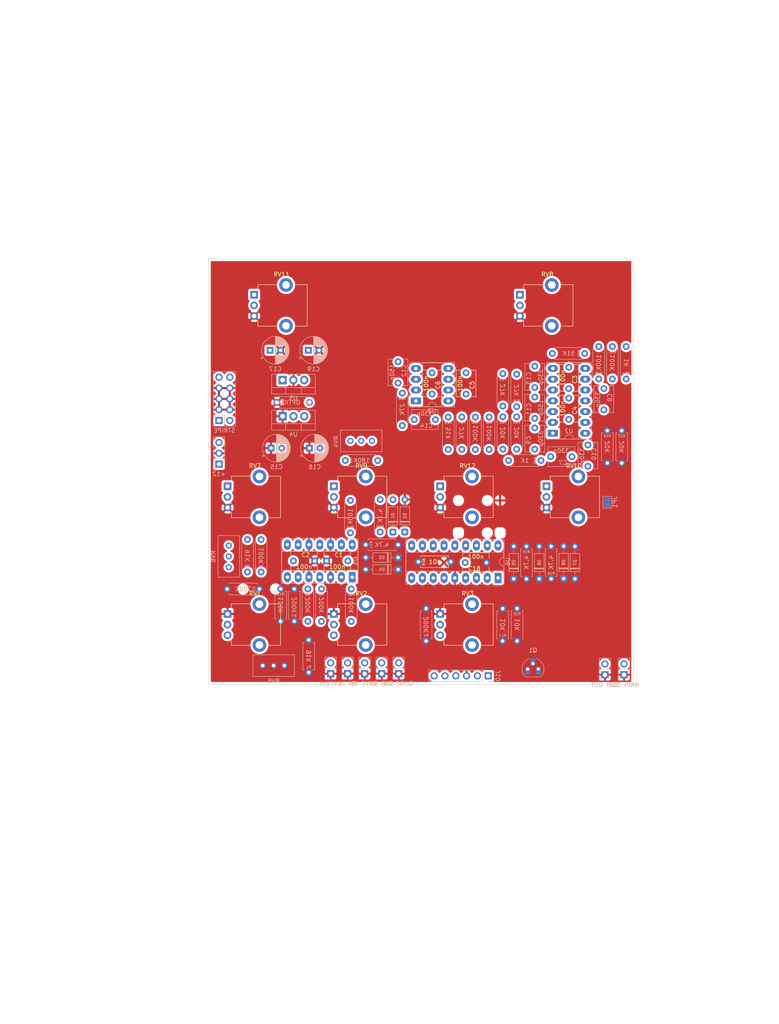
<source format=kicad_pcb>
(kicad_pcb (version 20171130) (host pcbnew "(5.1.9)-1")
  (layers (0 F.Cu signal) (31 B.Cu signal) (34 B.Paste user) (35 F.Paste user) (36 B.SilkS user) (37 F.SilkS user) (38 B.Mask user) (39 F.Mask user) (44 Edge.Cuts user))
  (net 0 "")
  (net 1 GND)
  (net 2 +5V)
  (net 3 +12V)
  (net 4 -12V)
  (net 5 "Net-(C8-Pad1)")
  (net 6 "Net-(C9-Pad1)")
  (net 7 "Net-(C10-Pad2)")
  (net 8 "Net-(C10-Pad1)")
  (net 9 "Net-(C11-Pad1)")
  (net 10 "Net-(C14-Pad1)")
  (net 11 NOTE_CV)
  (net 12 MOD_CV)
  (net 13 WAVE_CV)
  (net 14 SUB_CV)
  (net 15 CRUSHPOT)
  (net 16 GLIDEPOT)
  (net 17 WAVEPOT)
  (net 18 FINEPOT)
  (net 19 SUBPOT)
  (net 20 FREQPOT)
  (net 21 -5V)
  (net 22 WAVE_IN)
  (net 23 SUB_IN)
  (net 24 MOD_IN)
  (net 25 GLIDE_IN)
  (net 26 NOTE_IN)
  (net 27 SUBOUT)
  (net 28 MAINOUT)
  (net 29 GLIDE_PIN)
  (net 30 "Net-(Q1-Pad2)")
  (net 31 "Net-(R1-Pad1)")
  (net 32 "Net-(R10-Pad2)")
  (net 33 "Net-(R11-Pad2)")
  (net 34 "Net-(R12-Pad2)")
  (net 35 "Net-(R5-Pad1)")
  (net 36 "Net-(R8-Pad2)")
  (net 37 "Net-(R8-Pad1)")
  (net 38 "Net-(R13-Pad1)")
  (net 39 "Net-(R10-Pad1)")
  (net 40 "Net-(R11-Pad1)")
  (net 41 "Net-(R12-Pad1)")
  (net 42 MAIN_PIN)
  (net 43 SUB_PIN)
  (net 44 "Net-(R32-Pad1)")
  (net 45 PROGCLK)
  (net 46 MCLR)
  (net 47 GNDA)
  (net 48 "Net-(C7-Pad1)")
  (net 49 "Net-(C9-Pad2)")
  (net 50 "Net-(C12-Pad1)")
  (net 51 "Net-(C13-Pad2)")
  (net 52 "Net-(C13-Pad1)")
  (net 53 "Net-(C14-Pad2)")
  (net 54 "Net-(J10-Pad6)")
  (net 55 "Net-(R2-Pad2)")
  (net 56 "Net-(R3-Pad2)")
  (net 57 "Net-(R4-Pad2)")
  (net 58 "Net-(R27-Pad1)")
  (net 59 "Net-(R29-Pad1)")
  (net 60 "Net-(R31-Pad1)")
  (net 61 "Net-(R36-Pad2)")
  (module Sonosus:Capacitor_Polarized (layer B.Cu) (at 36.5 50.5)
    (fp_text reference C19 (at 1.25 4.4) (layer B.SilkS) (effects (justify mirror)))
    (fp_text value 100uF)
    (pad 2 thru_hole circle (at 2.5 0) (size 1.6 1.6) (drill 0.8) (layers *.Cu *.Mask) (net 1 GND))
    (pad 1 thru_hole rect (at 0 0) (size 1.6 1.6) (drill 0.8) (layers *.Cu *.Mask) (net 2 +5V))
  )
  (module Sonosus:Capacitor_Polarized (layer B.Cu) (at 27.5 50.5)
    (fp_text reference C17 (at 1.25 4.4) (layer B.SilkS) (effects (justify mirror)))
    (fp_text value 100uF)
    (pad 2 thru_hole circle (at 2.5 0) (size 1.6 1.6) (drill 0.8) (layers *.Cu *.Mask) (net 1 GND))
    (pad 1 thru_hole rect (at 0 0) (size 1.6 1.6) (drill 0.8) (layers *.Cu *.Mask) (net 3 +12V))
  )
  (module Sonosus:Capacitor_Polarized (layer B.Cu) (at 36.75 73.5)
    (fp_text reference C16 (at 1.25 4.4) (layer B.SilkS) (effects (justify mirror)))
    (fp_text value 100uF)
    (pad 2 thru_hole circle (at 2.5 0) (size 1.6 1.6) (drill 0.8) (layers *.Cu *.Mask) (net 21 -5V))
    (pad 1 thru_hole rect (at 0 0) (size 1.6 1.6) (drill 0.8) (layers *.Cu *.Mask) (net 1 GND))
  )
  (module Sonosus:Capacitor_Polarized (layer B.Cu) (at 27.75 73.5)
    (fp_text reference C15 (at 1.25 4.4) (layer B.SilkS) (effects (justify mirror)))
    (fp_text value 100uF)
    (pad 2 thru_hole circle (at 2.5 0) (size 1.6 1.6) (drill 0.8) (layers *.Cu *.Mask) (net 4 -12V))
    (pad 1 thru_hole rect (at 0 0) (size 1.6 1.6) (drill 0.8) (layers *.Cu *.Mask) (net 1 GND))
  )
  (module Sonosus:Capacitor_NonPolarized (layer F.Cu) (at 78.4 100.4 180)
    (fp_text reference C18 (at 2.8702 -1.4097) (layer F.SilkS))
    (fp_text value 100n (at 2.49174 1.38684) (layer F.SilkS))
    (pad 2 thru_hole circle (at 5 0 180) (size 1.6 1.6) (drill 0.8) (layers *.Cu *.Mask) (net 1 GND))
    (pad 1 thru_hole circle (at 0 0 180) (size 1.6 1.6) (drill 0.8) (layers *.Cu *.Mask) (net 2 +5V))
  )
  (module Sonosus:Capacitor_NonPolarized (layer B.Cu) (at 61.4 66.8)
    (fp_text reference C14 (at 2.8702 1.4097) (layer B.SilkS) (effects (justify mirror)))
    (fp_text value 330p (at 2.49174 -1.38684) (layer B.SilkS) (effects (justify mirror)))
    (pad 2 thru_hole circle (at 5 0) (size 1.6 1.6) (drill 0.8) (layers *.Cu *.Mask) (net 53 "Net-(C14-Pad2)"))
    (pad 1 thru_hole circle (at 0 0) (size 1.6 1.6) (drill 0.8) (layers *.Cu *.Mask) (net 10 "Net-(C14-Pad1)"))
  )
  (module Sonosus:Capacitor_NonPolarized (layer B.Cu) (at 89.75 54.25 270)
    (fp_text reference C13 (at 2.8702 1.4097 90) (layer B.SilkS) (effects (justify mirror)))
    (fp_text value 330p (at 2.49174 -1.38684 90) (layer B.SilkS) (effects (justify mirror)))
    (pad 2 thru_hole circle (at 5 0 270) (size 1.6 1.6) (drill 0.8) (layers *.Cu *.Mask) (net 51 "Net-(C13-Pad2)"))
    (pad 1 thru_hole circle (at 0 0 270) (size 1.6 1.6) (drill 0.8) (layers *.Cu *.Mask) (net 52 "Net-(C13-Pad1)"))
  )
  (module Sonosus:Capacitor_NonPolarized (layer B.Cu) (at 57.6 58.2 90)
    (fp_text reference C12 (at 2.8702 1.4097 90) (layer B.SilkS) (effects (justify mirror)))
    (fp_text value 150p (at 2.49174 -1.38684 90) (layer B.SilkS) (effects (justify mirror)))
    (pad 2 thru_hole circle (at 5 0 90) (size 1.6 1.6) (drill 0.8) (layers *.Cu *.Mask) (net 47 GNDA))
    (pad 1 thru_hole circle (at 0 0 90) (size 1.6 1.6) (drill 0.8) (layers *.Cu *.Mask) (net 50 "Net-(C12-Pad1)"))
  )
  (module Sonosus:Capacitor_NonPolarized (layer B.Cu) (at 89.75 61.5 270)
    (fp_text reference C11 (at 2.8702 1.4097 90) (layer B.SilkS) (effects (justify mirror)))
    (fp_text value 150p (at 2.49174 -1.38684 90) (layer B.SilkS) (effects (justify mirror)))
    (pad 2 thru_hole circle (at 5 0 270) (size 1.6 1.6) (drill 0.8) (layers *.Cu *.Mask) (net 47 GNDA))
    (pad 1 thru_hole circle (at 0 0 270) (size 1.6 1.6) (drill 0.8) (layers *.Cu *.Mask) (net 9 "Net-(C11-Pad1)"))
  )
  (module Sonosus:Capacitor_NonPolarized (layer B.Cu) (at 102.25 77.75 90)
    (fp_text reference C10 (at 2.8702 1.4097 90) (layer B.SilkS) (effects (justify mirror)))
    (fp_text value 330p (at 2.49174 -1.38684 90) (layer B.SilkS) (effects (justify mirror)))
    (pad 2 thru_hole circle (at 5 0 90) (size 1.6 1.6) (drill 0.8) (layers *.Cu *.Mask) (net 7 "Net-(C10-Pad2)"))
    (pad 1 thru_hole circle (at 0 0 90) (size 1.6 1.6) (drill 0.8) (layers *.Cu *.Mask) (net 8 "Net-(C10-Pad1)"))
  )
  (module Sonosus:Capacitor_NonPolarized (layer B.Cu) (at 89.75 68.75 270)
    (fp_text reference C9 (at 2.8702 1.4097 90) (layer B.SilkS) (effects (justify mirror)))
    (fp_text value 330p (at 2.49174 -1.38684 90) (layer B.SilkS) (effects (justify mirror)))
    (pad 2 thru_hole circle (at 5 0 270) (size 1.6 1.6) (drill 0.8) (layers *.Cu *.Mask) (net 49 "Net-(C9-Pad2)"))
    (pad 1 thru_hole circle (at 0 0 270) (size 1.6 1.6) (drill 0.8) (layers *.Cu *.Mask) (net 6 "Net-(C9-Pad1)"))
  )
  (module Sonosus:Capacitor_NonPolarized (layer B.Cu) (at 106 64.5 90)
    (fp_text reference C8 (at 2.8702 1.4097 90) (layer B.SilkS) (effects (justify mirror)))
    (fp_text value 330p (at 2.49174 -1.38684 90) (layer B.SilkS) (effects (justify mirror)))
    (pad 2 thru_hole circle (at 5 0 90) (size 1.6 1.6) (drill 0.8) (layers *.Cu *.Mask) (net 47 GNDA))
    (pad 1 thru_hole circle (at 0 0 90) (size 1.6 1.6) (drill 0.8) (layers *.Cu *.Mask) (net 5 "Net-(C8-Pad1)"))
  )
  (module Sonosus:Capacitor_NonPolarized (layer B.Cu) (at 93.5 75.5)
    (fp_text reference C7 (at 2.8702 1.4097) (layer B.SilkS) (effects (justify mirror)))
    (fp_text value 330p (at 2.49174 -1.38684) (layer B.SilkS) (effects (justify mirror)))
    (pad 2 thru_hole circle (at 5 0) (size 1.6 1.6) (drill 0.8) (layers *.Cu *.Mask) (net 47 GNDA))
    (pad 1 thru_hole circle (at 0 0) (size 1.6 1.6) (drill 0.8) (layers *.Cu *.Mask) (net 48 "Net-(C7-Pad1)"))
  )
  (module Sonosus:Capacitor_NonPolarized (layer F.Cu) (at 65.6 55.8 270)
    (fp_text reference C6 (at 2.8702 -1.4097 270) (layer F.SilkS))
    (fp_text value 100n (at 2.49174 1.38684 270) (layer F.SilkS))
    (pad 2 thru_hole circle (at 5 0 270) (size 1.6 1.6) (drill 0.8) (layers *.Cu *.Mask) (net 47 GNDA))
    (pad 1 thru_hole circle (at 0 0 270) (size 1.6 1.6) (drill 0.8) (layers *.Cu *.Mask) (net 4 -12V))
  )
  (module Sonosus:Capacitor_NonPolarized (layer F.Cu) (at 73.6 55.8 270)
    (fp_text reference C5 (at 2.8702 -1.4097 270) (layer F.SilkS))
    (fp_text value 100n (at 2.49174 1.38684 270) (layer F.SilkS))
    (pad 2 thru_hole circle (at 5 0 270) (size 1.6 1.6) (drill 0.8) (layers *.Cu *.Mask) (net 47 GNDA))
    (pad 1 thru_hole circle (at 0 0 270) (size 1.6 1.6) (drill 0.8) (layers *.Cu *.Mask) (net 3 +12V))
  )
  (module Sonosus:Capacitor_NonPolarized (layer F.Cu) (at 97.75 61.75 270)
    (fp_text reference C4 (at 2.8702 -1.4097 270) (layer F.SilkS))
    (fp_text value 100n (at 2.49174 1.38684 270) (layer F.SilkS))
    (pad 2 thru_hole circle (at 5 0 270) (size 1.6 1.6) (drill 0.8) (layers *.Cu *.Mask) (net 47 GNDA))
    (pad 1 thru_hole circle (at 0 0 270) (size 1.6 1.6) (drill 0.8) (layers *.Cu *.Mask) (net 4 -12V))
  )
  (module Sonosus:Capacitor_NonPolarized (layer F.Cu) (at 97.75 54.5 270)
    (fp_text reference C3 (at 2.8702 -1.4097 270) (layer F.SilkS))
    (fp_text value 100n (at 2.49174 1.38684 270) (layer F.SilkS))
    (pad 2 thru_hole circle (at 5 0 270) (size 1.6 1.6) (drill 0.8) (layers *.Cu *.Mask) (net 47 GNDA))
    (pad 1 thru_hole circle (at 0 0 270) (size 1.6 1.6) (drill 0.8) (layers *.Cu *.Mask) (net 3 +12V))
  )
  (module Sonosus:Capacitor_NonPolarized (layer F.Cu) (at 33 100)
    (fp_text reference C2 (at 2.8702 -1.4097) (layer F.SilkS))
    (fp_text value 100n (at 2.49174 1.38684) (layer F.SilkS))
    (pad 2 thru_hole circle (at 5 0) (size 1.6 1.6) (drill 0.8) (layers *.Cu *.Mask) (net 1 GND))
    (pad 1 thru_hole circle (at 0 0) (size 1.6 1.6) (drill 0.8) (layers *.Cu *.Mask) (net 4 -12V))
  )
  (module Sonosus:Capacitor_NonPolarized (layer F.Cu) (at 40.8 100)
    (fp_text reference C1 (at 2.8702 -1.4097) (layer F.SilkS))
    (fp_text value 100n (at 2.49174 1.38684) (layer F.SilkS))
    (pad 2 thru_hole circle (at 5 0) (size 1.6 1.6) (drill 0.8) (layers *.Cu *.Mask) (net 3 +12V))
    (pad 1 thru_hole circle (at 0 0) (size 1.6 1.6) (drill 0.8) (layers *.Cu *.Mask) (net 1 GND))
  )
  (module Sonosus:Potentiometer_Alpha_RD901F-40-00D_centred (layer F.Cu) (at 31.25 40)
    (fp_text reference RV11 (at -1.043 -7.34 180) (layer F.SilkS))
    (fp_text value "WAVE 10K")
    (pad "" thru_hole circle (at 0.007 -4.84 90) (size 3.24 3.24) (drill 1.8) (layers *.Cu *.Mask))
    (pad "" thru_hole circle (at 0.007 4.76 90) (size 3.24 3.24) (drill 1.8) (layers *.Cu *.Mask))
    (pad 3 thru_hole circle (at -7.493 2.46 90) (size 1.8 1.8) (drill 1) (layers *.Cu *.Mask) (net 1 GND))
    (pad 2 thru_hole circle (at -7.493 -0.04 90) (size 1.8 1.8) (drill 1) (layers *.Cu *.Mask) (net 17 WAVEPOT))
    (pad 1 thru_hole rect (at -7.493 -2.54 90) (size 1.8 1.8) (drill 1) (layers *.Cu *.Mask) (net 2 +5V))
  )
  (module Sonosus:Potentiometer_Alpha_RD901F-40-00D_centred (layer F.Cu) (at 75 85)
    (fp_text reference RV12 (at -1.043 -7.34 180) (layer F.SilkS))
    (fp_text value "CRUSH 10K")
    (pad "" thru_hole circle (at 0.007 -4.84 90) (size 3.24 3.24) (drill 1.8) (layers *.Cu *.Mask))
    (pad "" thru_hole circle (at 0.007 4.76 90) (size 3.24 3.24) (drill 1.8) (layers *.Cu *.Mask))
    (pad 3 thru_hole circle (at -7.493 2.46 90) (size 1.8 1.8) (drill 1) (layers *.Cu *.Mask) (net 1 GND))
    (pad 2 thru_hole circle (at -7.493 -0.04 90) (size 1.8 1.8) (drill 1) (layers *.Cu *.Mask) (net 15 CRUSHPOT))
    (pad 1 thru_hole rect (at -7.493 -2.54 90) (size 1.8 1.8) (drill 1) (layers *.Cu *.Mask) (net 2 +5V))
  )
  (module Sonosus:Potentiometer_Alpha_RD901F-40-00D_centred (layer F.Cu) (at 100 85)
    (fp_text reference RV10 (at -1.043 -7.34 180) (layer F.SilkS))
    (fp_text value "GLIDE 10K")
    (pad "" thru_hole circle (at 0.007 -4.84 90) (size 3.24 3.24) (drill 1.8) (layers *.Cu *.Mask))
    (pad "" thru_hole circle (at 0.007 4.76 90) (size 3.24 3.24) (drill 1.8) (layers *.Cu *.Mask))
    (pad 3 thru_hole circle (at -7.493 2.46 90) (size 1.8 1.8) (drill 1) (layers *.Cu *.Mask) (net 1 GND))
    (pad 2 thru_hole circle (at -7.493 -0.04 90) (size 1.8 1.8) (drill 1) (layers *.Cu *.Mask) (net 16 GLIDEPOT))
    (pad 1 thru_hole rect (at -7.493 -2.54 90) (size 1.8 1.8) (drill 1) (layers *.Cu *.Mask) (net 2 +5V))
  )
  (module Sonosus:Potentiometer_Alpha_RD901F-40-00D_centred (layer F.Cu) (at 50 85)
    (fp_text reference RV9 (at -1.043 -7.34 180) (layer F.SilkS))
    (fp_text value "FINE 10K")
    (pad "" thru_hole circle (at 0.007 -4.84 90) (size 3.24 3.24) (drill 1.8) (layers *.Cu *.Mask))
    (pad "" thru_hole circle (at 0.007 4.76 90) (size 3.24 3.24) (drill 1.8) (layers *.Cu *.Mask))
    (pad 3 thru_hole circle (at -7.493 2.46 90) (size 1.8 1.8) (drill 1) (layers *.Cu *.Mask) (net 1 GND))
    (pad 2 thru_hole circle (at -7.493 -0.04 90) (size 1.8 1.8) (drill 1) (layers *.Cu *.Mask) (net 18 FINEPOT))
    (pad 1 thru_hole rect (at -7.493 -2.54 90) (size 1.8 1.8) (drill 1) (layers *.Cu *.Mask) (net 2 +5V))
  )
  (module Sonosus:Potentiometer_Alpha_RD901F-40-00D_centred (layer F.Cu) (at 93.75 40)
    (fp_text reference RV8 (at -1.043 -7.34 180) (layer F.SilkS))
    (fp_text value "SUB 10K")
    (pad "" thru_hole circle (at 0.007 -4.84 90) (size 3.24 3.24) (drill 1.8) (layers *.Cu *.Mask))
    (pad "" thru_hole circle (at 0.007 4.76 90) (size 3.24 3.24) (drill 1.8) (layers *.Cu *.Mask))
    (pad 3 thru_hole circle (at -7.493 2.46 90) (size 1.8 1.8) (drill 1) (layers *.Cu *.Mask) (net 1 GND))
    (pad 2 thru_hole circle (at -7.493 -0.04 90) (size 1.8 1.8) (drill 1) (layers *.Cu *.Mask) (net 19 SUBPOT))
    (pad 1 thru_hole rect (at -7.493 -2.54 90) (size 1.8 1.8) (drill 1) (layers *.Cu *.Mask) (net 2 +5V))
  )
  (module Sonosus:Potentiometer_Alpha_RD901F-40-00D_centred (layer F.Cu) (at 25 85)
    (fp_text reference RV7 (at -1.043 -7.34 180) (layer F.SilkS))
    (fp_text value "FREQUENCY 10K")
    (pad "" thru_hole circle (at 0.007 -4.84 90) (size 3.24 3.24) (drill 1.8) (layers *.Cu *.Mask))
    (pad "" thru_hole circle (at 0.007 4.76 90) (size 3.24 3.24) (drill 1.8) (layers *.Cu *.Mask))
    (pad 3 thru_hole circle (at -7.493 2.46 90) (size 1.8 1.8) (drill 1) (layers *.Cu *.Mask) (net 1 GND))
    (pad 2 thru_hole circle (at -7.493 -0.04 90) (size 1.8 1.8) (drill 1) (layers *.Cu *.Mask) (net 20 FREQPOT))
    (pad 1 thru_hole rect (at -7.493 -2.54 90) (size 1.8 1.8) (drill 1) (layers *.Cu *.Mask) (net 2 +5V))
  )
  (module Sonosus:Potentiometer_Alpha_RD901F-40-00D_centred (layer F.Cu) (at 75 115)
    (fp_text reference RV3 (at -1.043 -7.34 180) (layer F.SilkS))
    (fp_text value "100K SUB ATT")
    (pad "" thru_hole circle (at 0.007 -4.84 90) (size 3.24 3.24) (drill 1.8) (layers *.Cu *.Mask))
    (pad "" thru_hole circle (at 0.007 4.76 90) (size 3.24 3.24) (drill 1.8) (layers *.Cu *.Mask))
    (pad 3 thru_hole circle (at -7.493 2.46 90) (size 1.8 1.8) (drill 1) (layers *.Cu *.Mask) (net 23 SUB_IN))
    (pad 2 thru_hole circle (at -7.493 -0.04 90) (size 1.8 1.8) (drill 1) (layers *.Cu *.Mask) (net 57 "Net-(R4-Pad2)"))
    (pad 1 thru_hole rect (at -7.493 -2.54 90) (size 1.8 1.8) (drill 1) (layers *.Cu *.Mask) (net 1 GND))
  )
  (module Sonosus:Potentiometer_Alpha_RD901F-40-00D_centred (layer F.Cu) (at 50 115)
    (fp_text reference RV2 (at -1.043 -7.34 180) (layer F.SilkS))
    (fp_text value "100K WAVE ATT")
    (pad "" thru_hole circle (at 0.007 -4.84 90) (size 3.24 3.24) (drill 1.8) (layers *.Cu *.Mask))
    (pad "" thru_hole circle (at 0.007 4.76 90) (size 3.24 3.24) (drill 1.8) (layers *.Cu *.Mask))
    (pad 3 thru_hole circle (at -7.493 2.46 90) (size 1.8 1.8) (drill 1) (layers *.Cu *.Mask) (net 22 WAVE_IN))
    (pad 2 thru_hole circle (at -7.493 -0.04 90) (size 1.8 1.8) (drill 1) (layers *.Cu *.Mask) (net 56 "Net-(R3-Pad2)"))
    (pad 1 thru_hole rect (at -7.493 -2.54 90) (size 1.8 1.8) (drill 1) (layers *.Cu *.Mask) (net 1 GND))
  )
  (module Sonosus:Potentiometer_Alpha_RD901F-40-00D_centred (layer F.Cu) (at 25 115)
    (fp_text reference RV1 (at -1.043 -7.34 180) (layer F.SilkS))
    (fp_text value "100K MOD ATT")
    (pad "" thru_hole circle (at 0.007 -4.84 90) (size 3.24 3.24) (drill 1.8) (layers *.Cu *.Mask))
    (pad "" thru_hole circle (at 0.007 4.76 90) (size 3.24 3.24) (drill 1.8) (layers *.Cu *.Mask))
    (pad 3 thru_hole circle (at -7.493 2.46 90) (size 1.8 1.8) (drill 1) (layers *.Cu *.Mask) (net 24 MOD_IN))
    (pad 2 thru_hole circle (at -7.493 -0.04 90) (size 1.8 1.8) (drill 1) (layers *.Cu *.Mask) (net 55 "Net-(R2-Pad2)"))
    (pad 1 thru_hole rect (at -7.493 -2.54 90) (size 1.8 1.8) (drill 1) (layers *.Cu *.Mask) (net 1 GND))
  )
  (module Package_DIP:DIP-18_W7.62mm_Socket_LongPads (layer B.Cu) (at 81.12 104 90)
    (fp_text reference U6 (at 3.81 2.33 90) (layer B.SilkS) (effects (justify mirror)))
    (fp_text value "Druid VCDO")
    (pad 18 thru_hole oval (at 7.62 0 90) (size 2.4 1.6) (drill 0.8) (layers *.Cu *.Mask) (net 14 SUB_CV))
    (pad 9 thru_hole oval (at 0 -20.32 90) (size 2.4 1.6) (drill 0.8) (layers *.Cu *.Mask) (net 15 CRUSHPOT))
    (pad 17 thru_hole oval (at 7.62 -2.54 90) (size 2.4 1.6) (drill 0.8) (layers *.Cu *.Mask) (net 13 WAVE_CV))
    (pad 8 thru_hole oval (at 0 -17.78 90) (size 2.4 1.6) (drill 0.8) (layers *.Cu *.Mask) (net 16 GLIDEPOT))
    (pad 16 thru_hole oval (at 7.62 -5.08 90) (size 2.4 1.6) (drill 0.8) (layers *.Cu *.Mask) (net 43 SUB_PIN))
    (pad 7 thru_hole oval (at 0 -15.24 90) (size 2.4 1.6) (drill 0.8) (layers *.Cu *.Mask) (net 19 SUBPOT))
    (pad 15 thru_hole oval (at 7.62 -7.62 90) (size 2.4 1.6) (drill 0.8) (layers *.Cu *.Mask) (net 61 "Net-(R36-Pad2)"))
    (pad 6 thru_hole oval (at 0 -12.7 90) (size 2.4 1.6) (drill 0.8) (layers *.Cu *.Mask) (net 42 MAIN_PIN))
    (pad 14 thru_hole oval (at 7.62 -10.16 90) (size 2.4 1.6) (drill 0.8) (layers *.Cu *.Mask) (net 2 +5V))
    (pad 5 thru_hole oval (at 0 -10.16 90) (size 2.4 1.6) (drill 0.8) (layers *.Cu *.Mask) (net 1 GND))
    (pad 13 thru_hole oval (at 7.62 -12.7 90) (size 2.4 1.6) (drill 0.8) (layers *.Cu *.Mask) (net 29 GLIDE_PIN))
    (pad 4 thru_hole oval (at 0 -7.62 90) (size 2.4 1.6) (drill 0.8) (layers *.Cu *.Mask) (net 46 MCLR))
    (pad 12 thru_hole oval (at 7.62 -15.24 90) (size 2.4 1.6) (drill 0.8) (layers *.Cu *.Mask) (net 45 PROGCLK))
    (pad 3 thru_hole oval (at 0 -5.08 90) (size 2.4 1.6) (drill 0.8) (layers *.Cu *.Mask) (net 17 WAVEPOT))
    (pad 11 thru_hole oval (at 7.62 -17.78 90) (size 2.4 1.6) (drill 0.8) (layers *.Cu *.Mask) (net 12 MOD_CV))
    (pad 2 thru_hole oval (at 0 -2.54 90) (size 2.4 1.6) (drill 0.8) (layers *.Cu *.Mask) (net 18 FINEPOT))
    (pad 10 thru_hole oval (at 7.62 -20.32 90) (size 2.4 1.6) (drill 0.8) (layers *.Cu *.Mask) (net 11 NOTE_CV))
    (pad 1 thru_hole rect (at 0 0 90) (size 2.4 1.6) (drill 0.8) (layers *.Cu *.Mask) (net 20 FREQPOT))
  )
  (module Package_TO_SOT_THT:TO-220-3_Vertical (layer B.Cu) (at 30.46 57.5)
    (fp_text reference U5 (at 2.54 4.27) (layer B.SilkS) (effects (justify mirror)))
    (fp_text value L7805)
    (pad 3 thru_hole oval (at 5.08 0) (size 1.905 2) (drill 1.1) (layers *.Cu *.Mask) (net 2 +5V))
    (pad 2 thru_hole oval (at 2.54 0) (size 1.905 2) (drill 1.1) (layers *.Cu *.Mask) (net 1 GND))
    (pad 1 thru_hole rect (at 0 0) (size 1.905 2) (drill 1.1) (layers *.Cu *.Mask) (net 3 +12V))
  )
  (module Package_TO_SOT_THT:TO-220-3_Vertical (layer B.Cu) (at 30.46 66)
    (fp_text reference U4 (at 2.54 4.27) (layer B.SilkS) (effects (justify mirror)))
    (fp_text value L7905)
    (pad 3 thru_hole oval (at 5.08 0) (size 1.905 2) (drill 1.1) (layers *.Cu *.Mask) (net 21 -5V))
    (pad 2 thru_hole oval (at 2.54 0) (size 1.905 2) (drill 1.1) (layers *.Cu *.Mask) (net 4 -12V))
    (pad 1 thru_hole rect (at 0 0) (size 1.905 2) (drill 1.1) (layers *.Cu *.Mask) (net 1 GND))
  )
  (module Sonosus:DIP-8_Socket (layer B.Cu) (at 61.8 62.4)
    (fp_text reference U3 (at 3.81 2.33) (layer B.SilkS) (effects (justify mirror)))
    (fp_text value TL072)
    (pad 8 thru_hole oval (at 7.62 0) (size 2.4 1.6) (drill 0.8) (layers *.Cu *.Mask) (net 3 +12V))
    (pad 4 thru_hole oval (at 0 -7.62) (size 2.4 1.6) (drill 0.8) (layers *.Cu *.Mask) (net 4 -12V))
    (pad 7 thru_hole oval (at 7.62 -2.54) (size 2.4 1.6) (drill 0.8) (layers *.Cu *.Mask) (net 44 "Net-(R32-Pad1)"))
    (pad 3 thru_hole oval (at 0 -5.08) (size 2.4 1.6) (drill 0.8) (layers *.Cu *.Mask) (net 50 "Net-(C12-Pad1)"))
    (pad 6 thru_hole oval (at 7.62 -5.08) (size 2.4 1.6) (drill 0.8) (layers *.Cu *.Mask) (net 59 "Net-(R29-Pad1)"))
    (pad 2 thru_hole oval (at 0 -2.54) (size 2.4 1.6) (drill 0.8) (layers *.Cu *.Mask) (net 10 "Net-(C14-Pad1)"))
    (pad 5 thru_hole oval (at 7.62 -7.62) (size 2.4 1.6) (drill 0.8) (layers *.Cu *.Mask) (net 47 GNDA))
    (pad 1 thru_hole rect (at 0 0) (size 2.4 1.6) (drill 0.8) (layers *.Cu *.Mask) (net 10 "Net-(C14-Pad1)"))
  )
  (module Sonosus:DIP-14_Socket (layer B.Cu) (at 94 70)
    (fp_text reference U2 (at 3.81 -0.5) (layer B.SilkS) (effects (justify mirror)))
    (fp_text value TL074)
    (pad 14 thru_hole oval (at 7.62 0) (size 2.4 1.6) (drill 0.8) (layers *.Cu *.Mask) (net 8 "Net-(C10-Pad1)"))
    (pad 7 thru_hole oval (at 0 -15.24) (size 2.4 1.6) (drill 0.8) (layers *.Cu *.Mask) (net 52 "Net-(C13-Pad1)"))
    (pad 13 thru_hole oval (at 7.62 -2.54) (size 2.4 1.6) (drill 0.8) (layers *.Cu *.Mask) (net 8 "Net-(C10-Pad1)"))
    (pad 6 thru_hole oval (at 0 -12.7) (size 2.4 1.6) (drill 0.8) (layers *.Cu *.Mask) (net 52 "Net-(C13-Pad1)"))
    (pad 12 thru_hole oval (at 7.62 -5.08) (size 2.4 1.6) (drill 0.8) (layers *.Cu *.Mask) (net 5 "Net-(C8-Pad1)"))
    (pad 5 thru_hole oval (at 0 -10.16) (size 2.4 1.6) (drill 0.8) (layers *.Cu *.Mask) (net 9 "Net-(C11-Pad1)"))
    (pad 11 thru_hole oval (at 7.62 -7.62) (size 2.4 1.6) (drill 0.8) (layers *.Cu *.Mask) (net 4 -12V))
    (pad 4 thru_hole oval (at 0 -7.62) (size 2.4 1.6) (drill 0.8) (layers *.Cu *.Mask) (net 3 +12V))
    (pad 10 thru_hole oval (at 7.62 -10.16) (size 2.4 1.6) (drill 0.8) (layers *.Cu *.Mask) (net 47 GNDA))
    (pad 3 thru_hole oval (at 0 -5.08) (size 2.4 1.6) (drill 0.8) (layers *.Cu *.Mask) (net 48 "Net-(C7-Pad1)"))
    (pad 9 thru_hole oval (at 7.62 -12.7) (size 2.4 1.6) (drill 0.8) (layers *.Cu *.Mask) (net 58 "Net-(R27-Pad1)"))
    (pad 2 thru_hole oval (at 0 -2.54) (size 2.4 1.6) (drill 0.8) (layers *.Cu *.Mask) (net 6 "Net-(C9-Pad1)"))
    (pad 8 thru_hole oval (at 7.62 -15.24) (size 2.4 1.6) (drill 0.8) (layers *.Cu *.Mask) (net 60 "Net-(R31-Pad1)"))
    (pad 1 thru_hole rect (at 0 0) (size 2.4 1.6) (drill 0.8) (layers *.Cu *.Mask) (net 6 "Net-(C9-Pad1)"))
  )
  (module Sonosus:DIP-14_Socket (layer B.Cu) (at 46.82 103.8 90)
    (fp_text reference U1 (at 3.8 0.78 90) (layer B.SilkS) (effects (justify mirror)))
    (fp_text value TL074)
    (pad 14 thru_hole oval (at 7.62 0 90) (size 2.4 1.6) (drill 0.8) (layers *.Cu *.Mask) (net 39 "Net-(R10-Pad1)"))
    (pad 7 thru_hole oval (at 0 -15.24 90) (size 2.4 1.6) (drill 0.8) (layers *.Cu *.Mask) (net 41 "Net-(R12-Pad1)"))
    (pad 13 thru_hole oval (at 7.62 -2.54 90) (size 2.4 1.6) (drill 0.8) (layers *.Cu *.Mask) (net 32 "Net-(R10-Pad2)"))
    (pad 6 thru_hole oval (at 0 -12.7 90) (size 2.4 1.6) (drill 0.8) (layers *.Cu *.Mask) (net 34 "Net-(R12-Pad2)"))
    (pad 12 thru_hole oval (at 7.62 -5.08 90) (size 2.4 1.6) (drill 0.8) (layers *.Cu *.Mask) (net 1 GND))
    (pad 5 thru_hole oval (at 0 -10.16 90) (size 2.4 1.6) (drill 0.8) (layers *.Cu *.Mask) (net 1 GND))
    (pad 11 thru_hole oval (at 7.62 -7.62 90) (size 2.4 1.6) (drill 0.8) (layers *.Cu *.Mask) (net 4 -12V))
    (pad 4 thru_hole oval (at 0 -7.62 90) (size 2.4 1.6) (drill 0.8) (layers *.Cu *.Mask) (net 3 +12V))
    (pad 10 thru_hole oval (at 7.62 -10.16 90) (size 2.4 1.6) (drill 0.8) (layers *.Cu *.Mask) (net 1 GND))
    (pad 3 thru_hole oval (at 0 -5.08 90) (size 2.4 1.6) (drill 0.8) (layers *.Cu *.Mask) (net 1 GND))
    (pad 9 thru_hole oval (at 7.62 -12.7 90) (size 2.4 1.6) (drill 0.8) (layers *.Cu *.Mask) (net 36 "Net-(R8-Pad2)"))
    (pad 2 thru_hole oval (at 0 -2.54 90) (size 2.4 1.6) (drill 0.8) (layers *.Cu *.Mask) (net 33 "Net-(R11-Pad2)"))
    (pad 8 thru_hole oval (at 7.62 -15.24 90) (size 2.4 1.6) (drill 0.8) (layers *.Cu *.Mask) (net 38 "Net-(R13-Pad1)"))
    (pad 1 thru_hole rect (at 0 0 90) (size 2.4 1.6) (drill 0.8) (layers *.Cu *.Mask) (net 40 "Net-(R11-Pad1)"))
  )
  (module Potentiometer_THT:Potentiometer_Bourns_3296W_Vertical (layer B.Cu) (at 17.8 101.48 270)
    (fp_text reference RV6 (at -2.54 3.66 90) (layer B.SilkS) (effects (justify mirror)))
    (fp_text value "20K 1v/oct")
    (pad 3 thru_hole circle (at -5.08 0 270) (size 1.44 1.44) (drill 0.8) (layers *.Cu *.Mask) (net 36 "Net-(R8-Pad2)"))
    (pad 2 thru_hole circle (at -2.54 0 270) (size 1.44 1.44) (drill 0.8) (layers *.Cu *.Mask) (net 36 "Net-(R8-Pad2)"))
    (pad 1 thru_hole circle (at 0 0 270) (size 1.44 1.44) (drill 0.8) (layers *.Cu *.Mask) (net 31 "Net-(R1-Pad1)"))
  )
  (module Potentiometer_THT:Potentiometer_Bourns_3296W_Vertical (layer B.Cu) (at 30.88 124.6)
    (fp_text reference RV5 (at -2.54 3.66) (layer B.SilkS) (effects (justify mirror)))
    (fp_text value "20K offset")
    (pad 3 thru_hole circle (at -5.08 0) (size 1.44 1.44) (drill 0.8) (layers *.Cu *.Mask) (net 37 "Net-(R8-Pad1)"))
    (pad 2 thru_hole circle (at -2.54 0) (size 1.44 1.44) (drill 0.8) (layers *.Cu *.Mask) (net 37 "Net-(R8-Pad1)"))
    (pad 1 thru_hole circle (at 0 0) (size 1.44 1.44) (drill 0.8) (layers *.Cu *.Mask) (net 21 -5V))
  )
  (module Potentiometer_THT:Potentiometer_Bourns_3296W_Vertical (layer B.Cu) (at 51.48 71.8)
    (fp_text reference RV4 (at -8.48 0.2 270) (layer B.SilkS) (effects (justify mirror)))
    (fp_text value 47K)
    (pad 3 thru_hole circle (at -5.08 0) (size 1.44 1.44) (drill 0.8) (layers *.Cu *.Mask) (net 35 "Net-(R5-Pad1)"))
    (pad 2 thru_hole circle (at -2.54 0) (size 1.44 1.44) (drill 0.8) (layers *.Cu *.Mask) (net 35 "Net-(R5-Pad1)"))
    (pad 1 thru_hole circle (at 0 0) (size 1.44 1.44) (drill 0.8) (layers *.Cu *.Mask) (net 21 -5V))
  )
  (module Sonosus:Resistor (layer F.Cu) (at 62.38 100.2)
    (fp_text reference R36 (at 1.27 0 90) (layer F.SilkS) (effects (font (size 0.6 0.6) (thickness 0.1))))
    (fp_text value 10k)
    (fp_text user %V (at 3.81 0) (layer F.SilkS))
    (pad 2 thru_hole oval (at 7.62 0) (size 1.6 1.6) (drill 0.8) (layers *.Cu *.Mask) (net 61 "Net-(R36-Pad2)"))
    (pad 1 thru_hole circle (at 0 0) (size 1.6 1.6) (drill 0.8) (layers *.Cu *.Mask) (net 2 +5V))
  )
  (module Sonosus:Resistor (layer B.Cu) (at 91.2 76.4 180)
    (fp_text reference R35 (at 1.27 0 270) (layer B.SilkS) (effects (font (size 0.6 0.6) (thickness 0.1)) (justify mirror)))
    (fp_text value 1K)
    (fp_text user %V (at 3.81 0) (layer B.SilkS) (effects (justify mirror)))
    (pad 2 thru_hole oval (at 7.62 0 180) (size 1.6 1.6) (drill 0.8) (layers *.Cu *.Mask) (net 44 "Net-(R32-Pad1)"))
    (pad 1 thru_hole circle (at 0 0 180) (size 1.6 1.6) (drill 0.8) (layers *.Cu *.Mask) (net 27 SUBOUT))
  )
  (module Sonosus:Resistor (layer B.Cu) (at 111.25 57.25 90)
    (fp_text reference R34 (at 1.27 0 180) (layer B.SilkS) (effects (font (size 0.6 0.6) (thickness 0.1)) (justify mirror)))
    (fp_text value 1K)
    (fp_text user %V (at 3.81 0 90) (layer B.SilkS) (effects (justify mirror)))
    (pad 2 thru_hole oval (at 7.62 0 90) (size 1.6 1.6) (drill 0.8) (layers *.Cu *.Mask) (net 60 "Net-(R31-Pad1)"))
    (pad 1 thru_hole circle (at 0 0 90) (size 1.6 1.6) (drill 0.8) (layers *.Cu *.Mask) (net 28 MAINOUT))
  )
  (module Sonosus:Resistor (layer B.Cu) (at 29.13 62.75)
    (fp_text reference R33 (at 1.27 0 -90) (layer B.SilkS) (effects (font (size 0.6 0.6) (thickness 0.1)) (justify mirror)))
    (fp_text value "10K OPTIONAL")
    (fp_text user %V (at 3.81 0) (layer B.SilkS) (effects (justify mirror)))
    (pad 2 thru_hole oval (at 7.62 0) (size 1.6 1.6) (drill 0.8) (layers *.Cu *.Mask) (net 21 -5V))
    (pad 1 thru_hole circle (at 0 0) (size 1.6 1.6) (drill 0.8) (layers *.Cu *.Mask) (net 1 GND))
  )
  (module Sonosus:Resistor (layer B.Cu) (at 79 66.2 270)
    (fp_text reference R32 (at 1.27 0 180) (layer B.SilkS) (effects (font (size 0.6 0.6) (thickness 0.1)) (justify mirror)))
    (fp_text value 100K)
    (fp_text user %V (at 3.81 0 90) (layer B.SilkS) (effects (justify mirror)))
    (pad 2 thru_hole oval (at 7.62 0 270) (size 1.6 1.6) (drill 0.8) (layers *.Cu *.Mask) (net 59 "Net-(R29-Pad1)"))
    (pad 1 thru_hole circle (at 0 0 270) (size 1.6 1.6) (drill 0.8) (layers *.Cu *.Mask) (net 44 "Net-(R32-Pad1)"))
  )
  (module Sonosus:Resistor (layer B.Cu) (at 108 49.63 270)
    (fp_text reference R31 (at 1.27 0 180) (layer B.SilkS) (effects (font (size 0.6 0.6) (thickness 0.1)) (justify mirror)))
    (fp_text value 100K)
    (fp_text user %V (at 3.81 0 90) (layer B.SilkS) (effects (justify mirror)))
    (pad 2 thru_hole oval (at 7.62 0 270) (size 1.6 1.6) (drill 0.8) (layers *.Cu *.Mask) (net 58 "Net-(R27-Pad1)"))
    (pad 1 thru_hole circle (at 0 0 270) (size 1.6 1.6) (drill 0.8) (layers *.Cu *.Mask) (net 60 "Net-(R31-Pad1)"))
  )
  (module Sonosus:Resistor (layer B.Cu) (at 75.8 66.2 270)
    (fp_text reference R30 (at 1.27 0 180) (layer B.SilkS) (effects (font (size 0.6 0.6) (thickness 0.1)) (justify mirror)))
    (fp_text value 100K)
    (fp_text user %V (at 3.81 0 90) (layer B.SilkS) (effects (justify mirror)))
    (pad 2 thru_hole oval (at 7.62 0 270) (size 1.6 1.6) (drill 0.8) (layers *.Cu *.Mask) (net 21 -5V))
    (pad 1 thru_hole circle (at 0 0 270) (size 1.6 1.6) (drill 0.8) (layers *.Cu *.Mask) (net 59 "Net-(R29-Pad1)"))
  )
  (module Sonosus:Resistor (layer B.Cu) (at 69.4 66.2 270)
    (fp_text reference R29 (at 1.27 0 180) (layer B.SilkS) (effects (font (size 0.6 0.6) (thickness 0.1)) (justify mirror)))
    (fp_text value 51K)
    (fp_text user %V (at 3.81 0 90) (layer B.SilkS) (effects (justify mirror)))
    (pad 2 thru_hole oval (at 7.62 0 270) (size 1.6 1.6) (drill 0.8) (layers *.Cu *.Mask) (net 10 "Net-(C14-Pad1)"))
    (pad 1 thru_hole circle (at 0 0 270) (size 1.6 1.6) (drill 0.8) (layers *.Cu *.Mask) (net 59 "Net-(R29-Pad1)"))
  )
  (module Sonosus:Resistor (layer B.Cu) (at 104.8 57.25 90)
    (fp_text reference R28 (at 1.27 0 180) (layer B.SilkS) (effects (font (size 0.6 0.6) (thickness 0.1)) (justify mirror)))
    (fp_text value 100K)
    (fp_text user %V (at 3.81 0 90) (layer B.SilkS) (effects (justify mirror)))
    (pad 2 thru_hole oval (at 7.62 0 90) (size 1.6 1.6) (drill 0.8) (layers *.Cu *.Mask) (net 21 -5V))
    (pad 1 thru_hole circle (at 0 0 90) (size 1.6 1.6) (drill 0.8) (layers *.Cu *.Mask) (net 58 "Net-(R27-Pad1)"))
  )
  (module Sonosus:Resistor (layer B.Cu) (at 101.5 51.25 180)
    (fp_text reference R27 (at 1.27 0 270) (layer B.SilkS) (effects (font (size 0.6 0.6) (thickness 0.1)) (justify mirror)))
    (fp_text value 51K)
    (fp_text user %V (at 3.81 0) (layer B.SilkS) (effects (justify mirror)))
    (pad 2 thru_hole oval (at 7.62 0 180) (size 1.6 1.6) (drill 0.8) (layers *.Cu *.Mask) (net 52 "Net-(C13-Pad1)"))
    (pad 1 thru_hole circle (at 0 0 180) (size 1.6 1.6) (drill 0.8) (layers *.Cu *.Mask) (net 58 "Net-(R27-Pad1)"))
  )
  (module Sonosus:Resistor (layer B.Cu) (at 58.6 60.58 270)
    (fp_text reference R26 (at 1.27 0 180) (layer B.SilkS) (effects (font (size 0.6 0.6) (thickness 0.1)) (justify mirror)))
    (fp_text value 27K)
    (fp_text user %V (at 3.81 0 90) (layer B.SilkS) (effects (justify mirror)))
    (pad 2 thru_hole oval (at 7.62 0 270) (size 1.6 1.6) (drill 0.8) (layers *.Cu *.Mask) (net 53 "Net-(C14-Pad2)"))
    (pad 1 thru_hole circle (at 0 0 270) (size 1.6 1.6) (drill 0.8) (layers *.Cu *.Mask) (net 50 "Net-(C12-Pad1)"))
  )
  (module Sonosus:Resistor (layer B.Cu) (at 85.5 63.75 90)
    (fp_text reference R25 (at 1.27 0 180) (layer B.SilkS) (effects (font (size 0.6 0.6) (thickness 0.1)) (justify mirror)))
    (fp_text value 27K)
    (fp_text user %V (at 3.81 0 90) (layer B.SilkS) (effects (justify mirror)))
    (pad 2 thru_hole oval (at 7.62 0 90) (size 1.6 1.6) (drill 0.8) (layers *.Cu *.Mask) (net 51 "Net-(C13-Pad2)"))
    (pad 1 thru_hole circle (at 0 0 90) (size 1.6 1.6) (drill 0.8) (layers *.Cu *.Mask) (net 9 "Net-(C11-Pad1)"))
  )
  (module Sonosus:Resistor (layer B.Cu) (at 72.6 73.8 90)
    (fp_text reference R24 (at 6.4 0 180) (layer B.SilkS) (effects (font (size 0.6 0.6) (thickness 0.1)) (justify mirror)))
    (fp_text value 27K)
    (fp_text user %V (at 3.81 0 90) (layer B.SilkS) (effects (justify mirror)))
    (pad 2 thru_hole oval (at 7.62 0 90) (size 1.6 1.6) (drill 0.8) (layers *.Cu *.Mask) (net 8 "Net-(C10-Pad1)"))
    (pad 1 thru_hole circle (at 0 0 90) (size 1.6 1.6) (drill 0.8) (layers *.Cu *.Mask) (net 53 "Net-(C14-Pad2)"))
  )
  (module Sonosus:Resistor (layer B.Cu) (at 82.25 56 270)
    (fp_text reference R23 (at 1.27 0 180) (layer B.SilkS) (effects (font (size 0.6 0.6) (thickness 0.1)) (justify mirror)))
    (fp_text value 27K)
    (fp_text user %V (at 3.81 0 90) (layer B.SilkS) (effects (justify mirror)))
    (pad 2 thru_hole oval (at 7.62 0 270) (size 1.6 1.6) (drill 0.8) (layers *.Cu *.Mask) (net 6 "Net-(C9-Pad1)"))
    (pad 1 thru_hole circle (at 0 0 270) (size 1.6 1.6) (drill 0.8) (layers *.Cu *.Mask) (net 51 "Net-(C13-Pad2)"))
  )
  (module Sonosus:Resistor (layer B.Cu) (at 110.2 69.4 270)
    (fp_text reference R22 (at 1.27 0 180) (layer B.SilkS) (effects (font (size 0.6 0.6) (thickness 0.1)) (justify mirror)))
    (fp_text value 20K)
    (fp_text user %V (at 3.81 0 90) (layer B.SilkS) (effects (justify mirror)))
    (pad 2 thru_hole oval (at 7.62 0 270) (size 1.6 1.6) (drill 0.8) (layers *.Cu *.Mask) (net 7 "Net-(C10-Pad2)"))
    (pad 1 thru_hole circle (at 0 0 270) (size 1.6 1.6) (drill 0.8) (layers *.Cu *.Mask) (net 5 "Net-(C8-Pad1)"))
  )
  (module Sonosus:Resistor (layer B.Cu) (at 82.25 73.75 90)
    (fp_text reference R21 (at 6.35 0 180) (layer B.SilkS) (effects (font (size 0.6 0.6) (thickness 0.1)) (justify mirror)))
    (fp_text value 20K)
    (fp_text user %V (at 3.81 0 90) (layer B.SilkS) (effects (justify mirror)))
    (pad 2 thru_hole oval (at 7.62 0 90) (size 1.6 1.6) (drill 0.8) (layers *.Cu *.Mask) (net 49 "Net-(C9-Pad2)"))
    (pad 1 thru_hole circle (at 0 0 90) (size 1.6 1.6) (drill 0.8) (layers *.Cu *.Mask) (net 48 "Net-(C7-Pad1)"))
  )
  (module Sonosus:Resistor (layer B.Cu) (at 85.6 111.18 270)
    (fp_text reference R20 (at 1.27 0 180) (layer B.SilkS) (effects (font (size 0.6 0.6) (thickness 0.1)) (justify mirror)))
    (fp_text value 10K)
    (fp_text user %V (at 3.81 0 90) (layer B.SilkS) (effects (justify mirror)))
    (pad 2 thru_hole oval (at 7.62 0 270) (size 1.6 1.6) (drill 0.8) (layers *.Cu *.Mask) (net 29 GLIDE_PIN))
    (pad 1 thru_hole circle (at 0 0 270) (size 1.6 1.6) (drill 0.8) (layers *.Cu *.Mask) (net 1 GND))
  )
  (module Sonosus:Resistor (layer B.Cu) (at 106.8 69.38 270)
    (fp_text reference R19 (at 1.27 0 180) (layer B.SilkS) (effects (font (size 0.6 0.6) (thickness 0.1)) (justify mirror)))
    (fp_text value 20K)
    (fp_text user %V (at 3.81 0 90) (layer B.SilkS) (effects (justify mirror)))
    (pad 2 thru_hole oval (at 7.62 0 270) (size 1.6 1.6) (drill 0.8) (layers *.Cu *.Mask) (net 43 SUB_PIN))
    (pad 1 thru_hole circle (at 0 0 270) (size 1.6 1.6) (drill 0.8) (layers *.Cu *.Mask) (net 7 "Net-(C10-Pad2)"))
  )
  (module Sonosus:Resistor (layer B.Cu) (at 85.5 66.13 270)
    (fp_text reference R18 (at 1.27 0 180) (layer B.SilkS) (effects (font (size 0.6 0.6) (thickness 0.1)) (justify mirror)))
    (fp_text value 20K)
    (fp_text user %V (at 3.81 0 90) (layer B.SilkS) (effects (justify mirror)))
    (pad 2 thru_hole oval (at 7.62 0 270) (size 1.6 1.6) (drill 0.8) (layers *.Cu *.Mask) (net 42 MAIN_PIN))
    (pad 1 thru_hole circle (at 0 0 270) (size 1.6 1.6) (drill 0.8) (layers *.Cu *.Mask) (net 49 "Net-(C9-Pad2)"))
  )
  (module Sonosus:Resistor (layer B.Cu) (at 82.2 118.82 90)
    (fp_text reference R17 (at 1.27 0 180) (layer B.SilkS) (effects (font (size 0.6 0.6) (thickness 0.1)) (justify mirror)))
    (fp_text value 10K)
    (fp_text user %V (at 3.81 0 90) (layer B.SilkS) (effects (justify mirror)))
    (pad 2 thru_hole oval (at 7.62 0 90) (size 1.6 1.6) (drill 0.8) (layers *.Cu *.Mask) (net 25 GLIDE_IN))
    (pad 1 thru_hole circle (at 0 0 90) (size 1.6 1.6) (drill 0.8) (layers *.Cu *.Mask) (net 30 "Net-(Q1-Pad2)"))
  )
  (module Sonosus:Resistor (layer B.Cu) (at 93.6 104.2 90)
    (fp_text reference R16 (at 1.27 0 180) (layer B.SilkS) (effects (font (size 0.6 0.6) (thickness 0.1)) (justify mirror)))
    (fp_text value 4.7K)
    (fp_text user %V (at 3.81 0 90) (layer B.SilkS) (effects (justify mirror)))
    (pad 2 thru_hole oval (at 7.62 0 90) (size 1.6 1.6) (drill 0.8) (layers *.Cu *.Mask) (net 14 SUB_CV))
    (pad 1 thru_hole circle (at 0 0 90) (size 1.6 1.6) (drill 0.8) (layers *.Cu *.Mask) (net 41 "Net-(R12-Pad1)"))
  )
  (module Sonosus:Resistor (layer B.Cu) (at 87.8 96.6 270)
    (fp_text reference R15 (at 1.27 0 180) (layer B.SilkS) (effects (font (size 0.6 0.6) (thickness 0.1)) (justify mirror)))
    (fp_text value 4.7K)
    (fp_text user %V (at 3.81 0 90) (layer B.SilkS) (effects (justify mirror)))
    (pad 2 thru_hole oval (at 7.62 0 270) (size 1.6 1.6) (drill 0.8) (layers *.Cu *.Mask) (net 13 WAVE_CV))
    (pad 1 thru_hole circle (at 0 0 270) (size 1.6 1.6) (drill 0.8) (layers *.Cu *.Mask) (net 40 "Net-(R11-Pad1)"))
  )
  (module Sonosus:Resistor (layer B.Cu) (at 50 96.2)
    (fp_text reference R14 (at 1.27 0 -90) (layer B.SilkS) (effects (font (size 0.6 0.6) (thickness 0.1)) (justify mirror)))
    (fp_text value 4.7K)
    (fp_text user %V (at 3.81 0) (layer B.SilkS) (effects (justify mirror)))
    (pad 2 thru_hole oval (at 7.62 0) (size 1.6 1.6) (drill 0.8) (layers *.Cu *.Mask) (net 12 MOD_CV))
    (pad 1 thru_hole circle (at 0 0) (size 1.6 1.6) (drill 0.8) (layers *.Cu *.Mask) (net 39 "Net-(R10-Pad1)"))
  )
  (module Sonosus:Resistor (layer B.Cu) (at 53.4 93.2 90)
    (fp_text reference R13 (at 1.27 0 180) (layer B.SilkS) (effects (font (size 0.6 0.6) (thickness 0.1)) (justify mirror)))
    (fp_text value 4.7K)
    (fp_text user %V (at 3.81 0 90) (layer B.SilkS) (effects (justify mirror)))
    (pad 2 thru_hole oval (at 7.62 0 90) (size 1.6 1.6) (drill 0.8) (layers *.Cu *.Mask) (net 11 NOTE_CV))
    (pad 1 thru_hole circle (at 0 0 90) (size 1.6 1.6) (drill 0.8) (layers *.Cu *.Mask) (net 38 "Net-(R13-Pad1)"))
  )
  (module Sonosus:Resistor (layer B.Cu) (at 30 106.58 270)
    (fp_text reference R12 (at 1.27 0 180) (layer B.SilkS) (effects (font (size 0.6 0.6) (thickness 0.1)) (justify mirror)))
    (fp_text value 100K)
    (fp_text user %V (at 3.81 0 90) (layer B.SilkS) (effects (justify mirror)))
    (pad 2 thru_hole oval (at 7.62 0 270) (size 1.6 1.6) (drill 0.8) (layers *.Cu *.Mask) (net 34 "Net-(R12-Pad2)"))
    (pad 1 thru_hole circle (at 0 0 270) (size 1.6 1.6) (drill 0.8) (layers *.Cu *.Mask) (net 41 "Net-(R12-Pad1)"))
  )
  (module Sonosus:Resistor (layer B.Cu) (at 46.6 106.6 270)
    (fp_text reference R11 (at 1.27 0 180) (layer B.SilkS) (effects (font (size 0.6 0.6) (thickness 0.1)) (justify mirror)))
    (fp_text value 100K)
    (fp_text user %V (at 3.81 0 90) (layer B.SilkS) (effects (justify mirror)))
    (pad 2 thru_hole oval (at 7.62 0 270) (size 1.6 1.6) (drill 0.8) (layers *.Cu *.Mask) (net 33 "Net-(R11-Pad2)"))
    (pad 1 thru_hole circle (at 0 0 270) (size 1.6 1.6) (drill 0.8) (layers *.Cu *.Mask) (net 40 "Net-(R11-Pad1)"))
  )
  (module Sonosus:Resistor (layer B.Cu) (at 46.4 93.4 90)
    (fp_text reference R10 (at 1.27 0 180) (layer B.SilkS) (effects (font (size 0.6 0.6) (thickness 0.1)) (justify mirror)))
    (fp_text value 100K)
    (fp_text user %V (at 3.81 0 90) (layer B.SilkS) (effects (justify mirror)))
    (pad 2 thru_hole oval (at 7.62 0 90) (size 1.6 1.6) (drill 0.8) (layers *.Cu *.Mask) (net 32 "Net-(R10-Pad2)"))
    (pad 1 thru_hole circle (at 0 0 90) (size 1.6 1.6) (drill 0.8) (layers *.Cu *.Mask) (net 39 "Net-(R10-Pad1)"))
  )
  (module Sonosus:Resistor (layer B.Cu) (at 25.4 94.98 270)
    (fp_text reference R9 (at 6.42 0 180) (layer B.SilkS) (effects (font (size 0.6 0.6) (thickness 0.1)) (justify mirror)))
    (fp_text value 100K)
    (fp_text user %V (at 3.81 0 90) (layer B.SilkS) (effects (justify mirror)))
    (pad 2 thru_hole oval (at 7.62 0 270) (size 1.6 1.6) (drill 0.8) (layers *.Cu *.Mask) (net 36 "Net-(R8-Pad2)"))
    (pad 1 thru_hole circle (at 0 0 270) (size 1.6 1.6) (drill 0.8) (layers *.Cu *.Mask) (net 38 "Net-(R13-Pad1)"))
  )
  (module Sonosus:Resistor (layer B.Cu) (at 22.2 102.6 90)
    (fp_text reference R8 (at 1.27 0 180) (layer B.SilkS) (effects (font (size 0.6 0.6) (thickness 0.1)) (justify mirror)))
    (fp_text value 91K)
    (fp_text user %V (at 3.81 0 90) (layer B.SilkS) (effects (justify mirror)))
    (pad 2 thru_hole oval (at 7.62 0 90) (size 1.6 1.6) (drill 0.8) (layers *.Cu *.Mask) (net 36 "Net-(R8-Pad2)"))
    (pad 1 thru_hole circle (at 0 0 90) (size 1.6 1.6) (drill 0.8) (layers *.Cu *.Mask) (net 37 "Net-(R8-Pad1)"))
  )
  (module Sonosus:Resistor (layer B.Cu) (at 33.2 114.2 90)
    (fp_text reference R7 (at 1.27 0 180) (layer B.SilkS) (effects (font (size 0.6 0.6) (thickness 0.1)) (justify mirror)))
    (fp_text value 200K)
    (fp_text user %V (at 3.81 0 90) (layer B.SilkS) (effects (justify mirror)))
    (pad 2 thru_hole oval (at 7.62 0 90) (size 1.6 1.6) (drill 0.8) (layers *.Cu *.Mask) (net 34 "Net-(R12-Pad2)"))
    (pad 1 thru_hole circle (at 0 0 90) (size 1.6 1.6) (drill 0.8) (layers *.Cu *.Mask) (net 21 -5V))
  )
  (module Sonosus:Resistor (layer B.Cu) (at 36.4 106.58 270)
    (fp_text reference R6 (at 1.27 0 180) (layer B.SilkS) (effects (font (size 0.6 0.6) (thickness 0.1)) (justify mirror)))
    (fp_text value 200K)
    (fp_text user %V (at 3.81 0 90) (layer B.SilkS) (effects (justify mirror)))
    (pad 2 thru_hole oval (at 7.62 0 270) (size 1.6 1.6) (drill 0.8) (layers *.Cu *.Mask) (net 33 "Net-(R11-Pad2)"))
    (pad 1 thru_hole circle (at 0 0 270) (size 1.6 1.6) (drill 0.8) (layers *.Cu *.Mask) (net 21 -5V))
  )
  (module Sonosus:Resistor (layer B.Cu) (at 45.2 76.4)
    (fp_text reference R5 (at 1.27 0 270) (layer B.SilkS) (effects (font (size 0.6 0.6) (thickness 0.1)) (justify mirror)))
    (fp_text value 180K)
    (fp_text user %V (at 3.81 0) (layer B.SilkS) (effects (justify mirror)))
    (pad 2 thru_hole oval (at 7.62 0) (size 1.6 1.6) (drill 0.8) (layers *.Cu *.Mask) (net 32 "Net-(R10-Pad2)"))
    (pad 1 thru_hole circle (at 0 0) (size 1.6 1.6) (drill 0.8) (layers *.Cu *.Mask) (net 35 "Net-(R5-Pad1)"))
  )
  (module Sonosus:Resistor (layer B.Cu) (at 64.2 118.8 90)
    (fp_text reference R4 (at 1.27 0 180) (layer B.SilkS) (effects (font (size 0.6 0.6) (thickness 0.1)) (justify mirror)))
    (fp_text value 200K)
    (fp_text user %V (at 3.81 0 90) (layer B.SilkS) (effects (justify mirror)))
    (pad 2 thru_hole oval (at 7.62 0 90) (size 1.6 1.6) (drill 0.8) (layers *.Cu *.Mask) (net 57 "Net-(R4-Pad2)"))
    (pad 1 thru_hole circle (at 0 0 90) (size 1.6 1.6) (drill 0.8) (layers *.Cu *.Mask) (net 34 "Net-(R12-Pad2)"))
  )
  (module Sonosus:Resistor (layer B.Cu) (at 39.6 106.58 270)
    (fp_text reference R3 (at 1.27 0 180) (layer B.SilkS) (effects (font (size 0.6 0.6) (thickness 0.1)) (justify mirror)))
    (fp_text value 200K)
    (fp_text user %V (at 3.81 0 90) (layer B.SilkS) (effects (justify mirror)))
    (pad 2 thru_hole oval (at 7.62 0 270) (size 1.6 1.6) (drill 0.8) (layers *.Cu *.Mask) (net 56 "Net-(R3-Pad2)"))
    (pad 1 thru_hole circle (at 0 0 270) (size 1.6 1.6) (drill 0.8) (layers *.Cu *.Mask) (net 33 "Net-(R11-Pad2)"))
  )
  (module Sonosus:Resistor (layer B.Cu) (at 25.02 106.6 180)
    (fp_text reference R2 (at 1.27 0 270) (layer B.SilkS) (effects (font (size 0.6 0.6) (thickness 0.1)) (justify mirror)))
    (fp_text value 200K)
    (fp_text user %V (at 3.81 0) (layer B.SilkS) (effects (justify mirror)))
    (pad 2 thru_hole oval (at 7.62 0 180) (size 1.6 1.6) (drill 0.8) (layers *.Cu *.Mask) (net 55 "Net-(R2-Pad2)"))
    (pad 1 thru_hole circle (at 0 0 180) (size 1.6 1.6) (drill 0.8) (layers *.Cu *.Mask) (net 32 "Net-(R10-Pad2)"))
  )
  (module Sonosus:Resistor (layer B.Cu) (at 36.6 126.2 90)
    (fp_text reference R1 (at 1.27 0 180) (layer B.SilkS) (effects (font (size 0.6 0.6) (thickness 0.1)) (justify mirror)))
    (fp_text value 91K)
    (fp_text user %V (at 3.81 0 90) (layer B.SilkS) (effects (justify mirror)))
    (pad 2 thru_hole oval (at 7.62 0 90) (size 1.6 1.6) (drill 0.8) (layers *.Cu *.Mask) (net 26 NOTE_IN))
    (pad 1 thru_hole circle (at 0 0 90) (size 1.6 1.6) (drill 0.8) (layers *.Cu *.Mask) (net 31 "Net-(R1-Pad1)"))
  )
  (module Sonosus:Transistor_TO-92 (layer B.Cu) (at 90.6 125.4 180)
    (fp_text reference Q1 (at 1.27 4.4) (layer B.SilkS) (effects (justify mirror)))
    (fp_text value 2N3904)
    (pad 1 thru_hole rect (at 0 0 180) (size 1.1 1.8) (drill 0.75 (offset 0 -0.4)) (layers *.Cu *.Mask) (net 29 GLIDE_PIN))
    (pad 3 thru_hole roundrect (at 2.54 0 180) (size 1.1 1.8) (drill 0.75 (offset 0 -0.4)) (layers *.Cu *.Mask) (net 2 +5V))
    (pad 2 thru_hole roundrect (at 1.27 1.27 180) (size 1.1 1.8) (drill 0.75 (offset 0 0.4)) (layers *.Cu *.Mask) (net 30 "Net-(Q1-Pad2)"))
  )
  (module Jumper:SolderJumper-2_P1.3mm_Bridged2Bar_Pad1.0x1.5mm (layer B.Cu) (at 106.8 86.2 90)
    (fp_text reference JP1 (at 0 1.8 90) (layer B.SilkS) (effects (justify mirror)))
    (fp_text value Jumper_2_Bridged)
    (fp_poly (pts (xy -0.25 0.6) (xy 0.25 0.6) (xy 0.25 0.2) (xy -0.25 0.2)) (layer B.Cu) (width 0))
    (fp_poly (pts (xy -0.25 -0.2) (xy 0.25 -0.2) (xy 0.25 -0.6) (xy -0.25 -0.6)) (layer B.Cu) (width 0))
    (pad 2 smd rect (at 0.65 0 90) (size 1 1.5) (layers B.Cu B.Mask) (net 47 GNDA))
    (pad 1 smd rect (at -0.65 0 90) (size 1 1.5) (layers B.Cu B.Mask) (net 1 GND))
  )
  (module Connector_PinHeader_2.54mm:PinHeader_1x06_P2.54mm_Vertical (layer B.Cu) (at 78.8 127 90)
    (fp_text reference J10 (at 0 2.33 90) (layer B.SilkS) (effects (justify mirror)))
    (fp_text value "PROGRAMMING HEADER")
    (pad 6 thru_hole oval (at 0 -12.7 90) (size 1.7 1.7) (drill 1) (layers *.Cu *.Mask) (net 54 "Net-(J10-Pad6)"))
    (pad 5 thru_hole oval (at 0 -10.16 90) (size 1.7 1.7) (drill 1) (layers *.Cu *.Mask) (net 45 PROGCLK))
    (pad 4 thru_hole oval (at 0 -7.62 90) (size 1.7 1.7) (drill 1) (layers *.Cu *.Mask) (net 29 GLIDE_PIN))
    (pad 3 thru_hole oval (at 0 -5.08 90) (size 1.7 1.7) (drill 1) (layers *.Cu *.Mask) (net 1 GND))
    (pad 2 thru_hole oval (at 0 -2.54 90) (size 1.7 1.7) (drill 1) (layers *.Cu *.Mask) (net 2 +5V))
    (pad 1 thru_hole rect (at 0 0 90) (size 1.7 1.7) (drill 1) (layers *.Cu *.Mask) (net 46 MCLR))
  )
  (module Connector_PinHeader_2.54mm:PinHeader_1x02_P2.54mm_Vertical (layer B.Cu) (at 110.75 126.75)
    (fp_text reference "MAIN OUT" (at 0 2.33) (layer B.SilkS) (effects (justify mirror)))
    (fp_text value "MAIN OUT")
    (pad 2 thru_hole oval (at 0 -2.54) (size 1.7 1.7) (drill 1) (layers *.Cu *.Mask) (net 28 MAINOUT))
    (pad 1 thru_hole rect (at 0 0) (size 1.7 1.7) (drill 1) (layers *.Cu *.Mask) (net 1 GND))
  )
  (module Connector_PinHeader_2.54mm:PinHeader_2x05_P2.54mm_Vertical (layer B.Cu) (at 15.5 67)
    (fp_text reference STRIPE (at 1.27 2.33) (layer B.SilkS) (effects (justify mirror)))
    (fp_text value "SYNTH POWER")
    (pad 10 thru_hole oval (at 2.54 -10.16) (size 1.7 1.7) (drill 1) (layers *.Cu *.Mask) (net 3 +12V))
    (pad 9 thru_hole oval (at 0 -10.16) (size 1.7 1.7) (drill 1) (layers *.Cu *.Mask) (net 3 +12V))
    (pad 8 thru_hole oval (at 2.54 -7.62) (size 1.7 1.7) (drill 1) (layers *.Cu *.Mask) (net 1 GND))
    (pad 7 thru_hole oval (at 0 -7.62) (size 1.7 1.7) (drill 1) (layers *.Cu *.Mask) (net 1 GND))
    (pad 6 thru_hole oval (at 2.54 -5.08) (size 1.7 1.7) (drill 1) (layers *.Cu *.Mask) (net 1 GND))
    (pad 5 thru_hole oval (at 0 -5.08) (size 1.7 1.7) (drill 1) (layers *.Cu *.Mask) (net 1 GND))
    (pad 4 thru_hole oval (at 2.54 -2.54) (size 1.7 1.7) (drill 1) (layers *.Cu *.Mask) (net 1 GND))
    (pad 3 thru_hole oval (at 0 -2.54) (size 1.7 1.7) (drill 1) (layers *.Cu *.Mask) (net 1 GND))
    (pad 2 thru_hole oval (at 2.54 0) (size 1.7 1.7) (drill 1) (layers *.Cu *.Mask) (net 4 -12V))
    (pad 1 thru_hole rect (at 0 0) (size 1.7 1.7) (drill 1) (layers *.Cu *.Mask) (net 4 -12V))
  )
  (module Connector_PinHeader_2.54mm:PinHeader_1x03_P2.54mm_Vertical (layer B.Cu) (at 15.5 77.25)
    (fp_text reference +12 (at 0 2.33) (layer B.SilkS) (effects (justify mirror)))
    (fp_text value "TEST HEADER")
    (pad 3 thru_hole oval (at 0 -5.08) (size 1.7 1.7) (drill 1) (layers *.Cu *.Mask) (net 4 -12V))
    (pad 2 thru_hole oval (at 0 -2.54) (size 1.7 1.7) (drill 1) (layers *.Cu *.Mask) (net 1 GND))
    (pad 1 thru_hole rect (at 0 0) (size 1.7 1.7) (drill 1) (layers *.Cu *.Mask) (net 3 +12V))
  )
  (module Connector_PinHeader_2.54mm:PinHeader_1x02_P2.54mm_Vertical (layer B.Cu) (at 106.25 126.75)
    (fp_text reference "SUB OUT" (at 0 2.33) (layer B.SilkS) (effects (justify mirror)))
    (fp_text value "SUB OUT")
    (pad 2 thru_hole oval (at 0 -2.54) (size 1.7 1.7) (drill 1) (layers *.Cu *.Mask) (net 27 SUBOUT))
    (pad 1 thru_hole rect (at 0 0) (size 1.7 1.7) (drill 1) (layers *.Cu *.Mask) (net 1 GND))
  )
  (module Connector_PinHeader_2.54mm:PinHeader_1x02_P2.54mm_Vertical (layer B.Cu) (at 57.75 126.5)
    (fp_text reference "GLIDE SW" (at 0 2.33) (layer B.SilkS) (effects (justify mirror)))
    (fp_text value "GLIDE TOGGLE")
    (pad 2 thru_hole oval (at 0 -2.54) (size 1.7 1.7) (drill 1) (layers *.Cu *.Mask) (net 25 GLIDE_IN))
    (pad 1 thru_hole rect (at 0 0) (size 1.7 1.7) (drill 1) (layers *.Cu *.Mask) (net 1 GND))
  )
  (module Connector_PinHeader_2.54mm:PinHeader_1x02_P2.54mm_Vertical (layer B.Cu) (at 53.75 126.5)
    (fp_text reference "SUB CV" (at 0 2.33) (layer B.SilkS) (effects (justify mirror)))
    (fp_text value "SUB CV")
    (pad 2 thru_hole oval (at 0 -2.54) (size 1.7 1.7) (drill 1) (layers *.Cu *.Mask) (net 23 SUB_IN))
    (pad 1 thru_hole rect (at 0 0) (size 1.7 1.7) (drill 1) (layers *.Cu *.Mask) (net 1 GND))
  )
  (module Connector_PinHeader_2.54mm:PinHeader_1x02_P2.54mm_Vertical (layer B.Cu) (at 49.75 126.5)
    (fp_text reference "WAVE IN" (at 0 2.33) (layer B.SilkS) (effects (justify mirror)))
    (fp_text value "WAVE CV")
    (pad 2 thru_hole oval (at 0 -2.54) (size 1.7 1.7) (drill 1) (layers *.Cu *.Mask) (net 22 WAVE_IN))
    (pad 1 thru_hole rect (at 0 0) (size 1.7 1.7) (drill 1) (layers *.Cu *.Mask) (net 1 GND))
  )
  (module Connector_PinHeader_2.54mm:PinHeader_1x02_P2.54mm_Vertical (layer B.Cu) (at 45.75 126.5)
    (fp_text reference "FM IN" (at 0 2.33) (layer B.SilkS) (effects (justify mirror)))
    (fp_text value "MOD CV")
    (pad 2 thru_hole oval (at 0 -2.54) (size 1.7 1.7) (drill 1) (layers *.Cu *.Mask) (net 24 MOD_IN))
    (pad 1 thru_hole rect (at 0 0) (size 1.7 1.7) (drill 1) (layers *.Cu *.Mask) (net 1 GND))
  )
  (module Connector_PinHeader_2.54mm:PinHeader_1x02_P2.54mm_Vertical (layer B.Cu) (at 41.75 126.5)
    (fp_text reference 1v/oct (at 0 2.33) (layer B.SilkS) (effects (justify mirror)))
    (fp_text value "NOTE CV")
    (pad 2 thru_hole oval (at 0 -2.54) (size 1.7 1.7) (drill 1) (layers *.Cu *.Mask) (net 26 NOTE_IN))
    (pad 1 thru_hole rect (at 0 0) (size 1.7 1.7) (drill 1) (layers *.Cu *.Mask) (net 1 GND))
  )
  (module Sonosus:Diode_DO-35 (layer B.Cu) (at 96.55 104.15 90)
    (fp_text reference D8 (at 3.81 0 90) (layer B.SilkS) (effects (font (size 0.7 0.7) (thickness 0.13)) (justify mirror)))
    (fp_text value D_Schottky)
    (pad 2 thru_hole oval (at 7.62 0 90) (size 1.6 1.6) (drill 0.8) (layers *.Cu *.Mask) (net 1 GND))
    (pad 1 thru_hole roundrect (at 0 0 90) (size 1.6 1.6) (drill 0.8) (layers *.Cu *.Mask) (net 14 SUB_CV))
  )
  (module Sonosus:Diode_DO-35 (layer B.Cu) (at 99.2 104.2 90)
    (fp_text reference D7 (at 3.81 0 90) (layer B.SilkS) (effects (font (size 0.7 0.7) (thickness 0.13)) (justify mirror)))
    (fp_text value D_Schottky)
    (pad 2 thru_hole oval (at 7.62 0 90) (size 1.6 1.6) (drill 0.8) (layers *.Cu *.Mask) (net 14 SUB_CV))
    (pad 1 thru_hole roundrect (at 0 0 90) (size 1.6 1.6) (drill 0.8) (layers *.Cu *.Mask) (net 2 +5V))
  )
  (module Sonosus:Diode_DO-35 (layer B.Cu) (at 90.8 104.2 90)
    (fp_text reference D6 (at 3.81 0 90) (layer B.SilkS) (effects (font (size 0.7 0.7) (thickness 0.13)) (justify mirror)))
    (fp_text value D_Schottky)
    (pad 2 thru_hole oval (at 7.62 0 90) (size 1.6 1.6) (drill 0.8) (layers *.Cu *.Mask) (net 1 GND))
    (pad 1 thru_hole roundrect (at 0 0 90) (size 1.6 1.6) (drill 0.8) (layers *.Cu *.Mask) (net 13 WAVE_CV))
  )
  (module Sonosus:Diode_DO-35 (layer B.Cu) (at 84.8 104.2 90)
    (fp_text reference D5 (at 3.81 0 90) (layer B.SilkS) (effects (font (size 0.7 0.7) (thickness 0.13)) (justify mirror)))
    (fp_text value D_Schottky)
    (pad 2 thru_hole oval (at 7.62 0 90) (size 1.6 1.6) (drill 0.8) (layers *.Cu *.Mask) (net 13 WAVE_CV))
    (pad 1 thru_hole roundrect (at 0 0 90) (size 1.6 1.6) (drill 0.8) (layers *.Cu *.Mask) (net 2 +5V))
  )
  (module Sonosus:Diode_DO-35 (layer B.Cu) (at 57.62 102 180)
    (fp_text reference D4 (at 3.81 0) (layer B.SilkS) (effects (font (size 0.7 0.7) (thickness 0.13)) (justify mirror)))
    (fp_text value D_Schottky)
    (pad 2 thru_hole oval (at 7.62 0 180) (size 1.6 1.6) (drill 0.8) (layers *.Cu *.Mask) (net 1 GND))
    (pad 1 thru_hole roundrect (at 0 0 180) (size 1.6 1.6) (drill 0.8) (layers *.Cu *.Mask) (net 12 MOD_CV))
  )
  (module Sonosus:Diode_DO-35 (layer B.Cu) (at 57.62 99.2 180)
    (fp_text reference D3 (at 3.81 0) (layer B.SilkS) (effects (font (size 0.7 0.7) (thickness 0.13)) (justify mirror)))
    (fp_text value D_Schottky)
    (pad 2 thru_hole oval (at 7.62 0 180) (size 1.6 1.6) (drill 0.8) (layers *.Cu *.Mask) (net 12 MOD_CV))
    (pad 1 thru_hole roundrect (at 0 0 180) (size 1.6 1.6) (drill 0.8) (layers *.Cu *.Mask) (net 2 +5V))
  )
  (module Sonosus:Diode_DO-35 (layer B.Cu) (at 59.2 93.2 90)
    (fp_text reference D2 (at 3.81 0 90) (layer B.SilkS) (effects (font (size 0.7 0.7) (thickness 0.13)) (justify mirror)))
    (fp_text value D_Schottky)
    (pad 2 thru_hole oval (at 7.62 0 90) (size 1.6 1.6) (drill 0.8) (layers *.Cu *.Mask) (net 1 GND))
    (pad 1 thru_hole roundrect (at 0 0 90) (size 1.6 1.6) (drill 0.8) (layers *.Cu *.Mask) (net 11 NOTE_CV))
  )
  (module Sonosus:Diode_DO-35 (layer B.Cu) (at 56.4 93.22 90)
    (fp_text reference D1 (at 3.81 0 90) (layer B.SilkS) (effects (font (size 0.7 0.7) (thickness 0.13)) (justify mirror)))
    (fp_text value D_Schottky)
    (pad 2 thru_hole oval (at 7.62 0 90) (size 1.6 1.6) (drill 0.8) (layers *.Cu *.Mask) (net 11 NOTE_CV))
    (pad 1 thru_hole roundrect (at 0 0 90) (size 1.6 1.6) (drill 0.8) (layers *.Cu *.Mask) (net 2 +5V))
  )
  (gr_line (start 113 29) (end 113 129) (layer Edge.Cuts) (width 0.1))
  (gr_line (start 13 29) (end 113 29) (layer Edge.Cuts) (width 0.1))
  (gr_line (start 13 129) (end 13 29) (layer Edge.Cuts) (width 0.1))
  (gr_line (start 113 129) (end 13 129) (layer Edge.Cuts) (width 0.1))
  (zone (net 1) (net_name GND) (layer F.Cu) (connect_pads (clearance 0.508)) (min_thickness 0.254) (fill yes (arc_segments 32) (thermal_gap 0.508) (thermal_bridge_width 0.508))
    (polygon (pts (xy 146.8 -31.4) (xy 147.2 208.8) (xy -36 208.8) (xy -36 -31.8)))
  )
)
</source>
